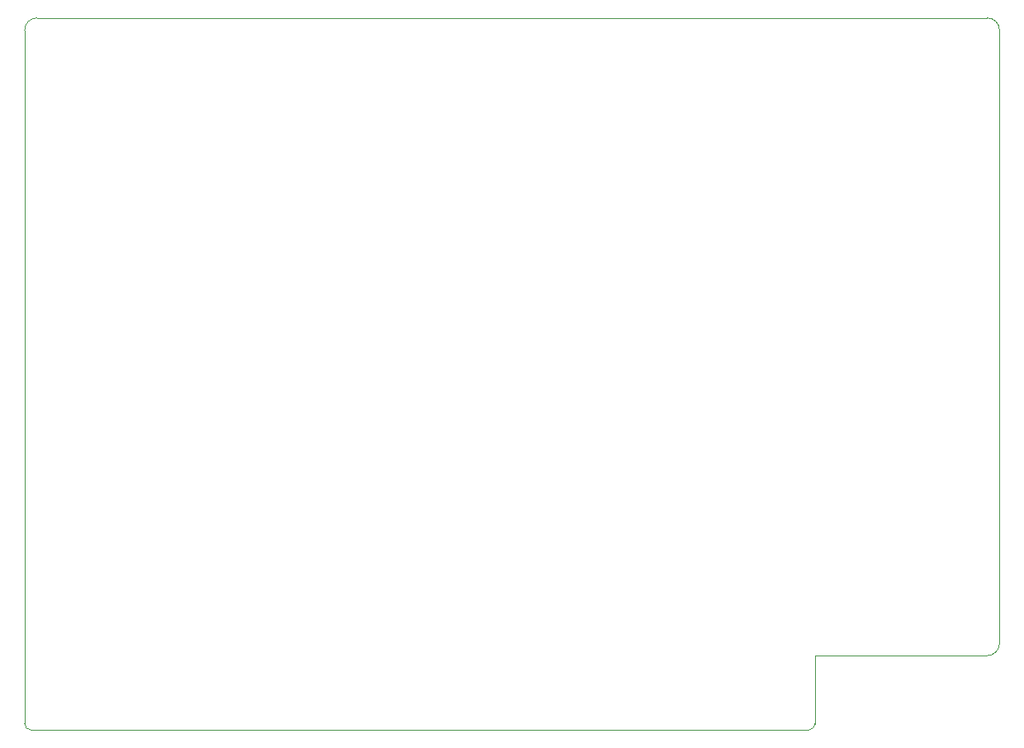
<source format=gm1>
%TF.GenerationSoftware,KiCad,Pcbnew,(5.1.9)-1*%
%TF.CreationDate,2021-04-22T20:22:13+08:00*%
%TF.ProjectId,BasicSerial,42617369-6353-4657-9269-616c2e6b6963,rev?*%
%TF.SameCoordinates,Original*%
%TF.FileFunction,Profile,NP*%
%FSLAX46Y46*%
G04 Gerber Fmt 4.6, Leading zero omitted, Abs format (unit mm)*
G04 Created by KiCad (PCBNEW (5.1.9)-1) date 2021-04-22 20:22:13*
%MOMM*%
%LPD*%
G01*
G04 APERTURE LIST*
%TA.AperFunction,Profile*%
%ADD10C,0.050000*%
%TD*%
G04 APERTURE END LIST*
D10*
X96647000Y-141605000D02*
X96647000Y-70485000D01*
X196596000Y-70485000D02*
X196596000Y-133350000D01*
X195326000Y-69215000D02*
X97917000Y-69215000D01*
X96647000Y-70485000D02*
G75*
G02*
X97917000Y-69215000I1270000J0D01*
G01*
X195326000Y-69215000D02*
G75*
G02*
X196596000Y-70485000I0J-1270000D01*
G01*
X97282000Y-142240000D02*
X177038000Y-142240000D01*
X177673000Y-134620000D02*
X195326000Y-134620000D01*
X196596000Y-133350000D02*
G75*
G02*
X195326000Y-134620000I-1270000J0D01*
G01*
X177673000Y-141605000D02*
X177673000Y-134620000D01*
X177673000Y-141605000D02*
G75*
G02*
X177038000Y-142240000I-635000J0D01*
G01*
X97282000Y-142240000D02*
G75*
G02*
X96647000Y-141605000I0J635000D01*
G01*
M02*

</source>
